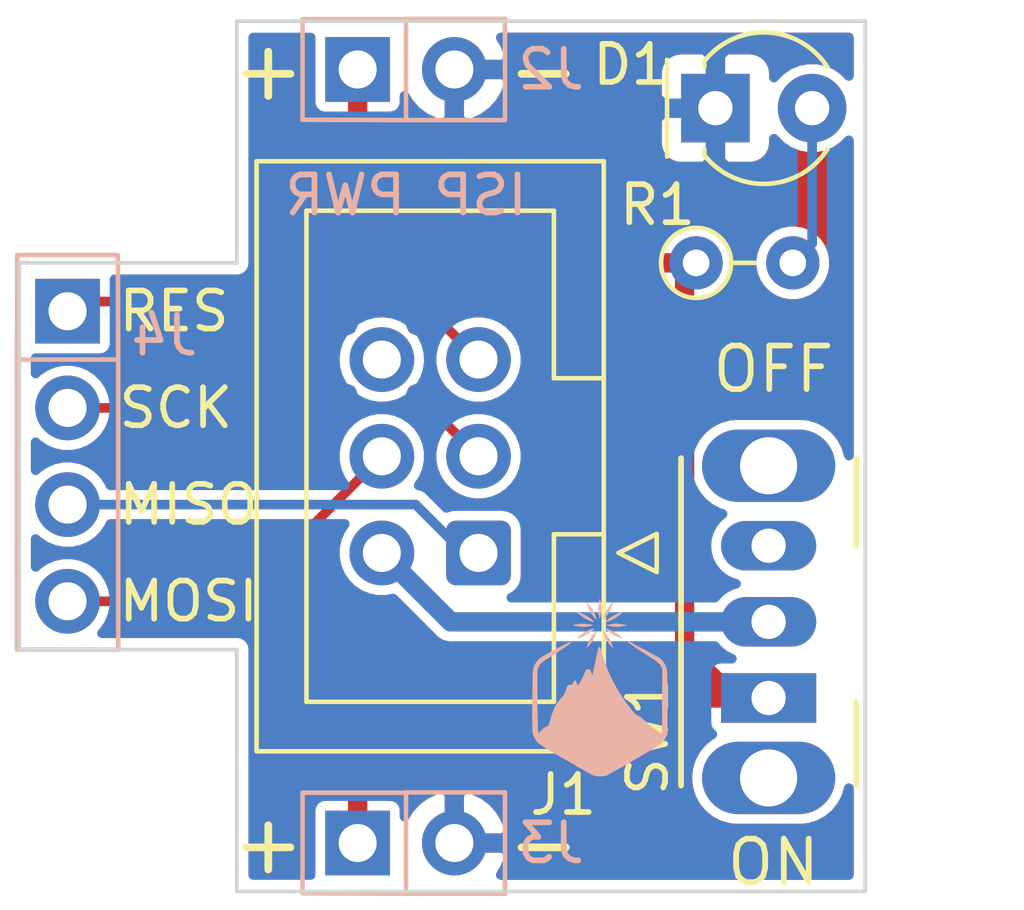
<source format=kicad_pcb>
(kicad_pcb (version 20171130) (host pcbnew "(5.1.8)-1")

  (general
    (thickness 1.6)
    (drawings 20)
    (tracks 31)
    (zones 0)
    (modules 8)
    (nets 10)
  )

  (page A4)
  (layers
    (0 F.Cu signal)
    (31 B.Cu signal)
    (32 B.Adhes user hide)
    (33 F.Adhes user hide)
    (34 B.Paste user)
    (35 F.Paste user)
    (36 B.SilkS user)
    (37 F.SilkS user)
    (38 B.Mask user)
    (39 F.Mask user)
    (40 Dwgs.User user hide)
    (41 Cmts.User user hide)
    (42 Eco1.User user hide)
    (43 Eco2.User user hide)
    (44 Edge.Cuts user)
    (45 Margin user hide)
    (46 B.CrtYd user hide)
    (47 F.CrtYd user hide)
    (48 B.Fab user hide)
    (49 F.Fab user hide)
  )

  (setup
    (last_trace_width 0.254)
    (user_trace_width 0.254)
    (user_trace_width 0.508)
    (trace_clearance 0.2032)
    (zone_clearance 0.254)
    (zone_45_only no)
    (trace_min 0.2)
    (via_size 0.889)
    (via_drill 0.3302)
    (via_min_size 0.4)
    (via_min_drill 0.3)
    (user_via 0.889 0.3302)
    (uvia_size 0.3)
    (uvia_drill 0.1)
    (uvias_allowed no)
    (uvia_min_size 0.2)
    (uvia_min_drill 0.1)
    (edge_width 0.05)
    (segment_width 0.2)
    (pcb_text_width 0.3)
    (pcb_text_size 1.5 1.5)
    (mod_edge_width 0.12)
    (mod_text_size 1 1)
    (mod_text_width 0.15)
    (pad_size 1.9 3.500001)
    (pad_drill 1.5)
    (pad_to_mask_clearance 0.0508)
    (pad_to_paste_clearance -0.0508)
    (aux_axis_origin 0 0)
    (visible_elements 7FFFFFFF)
    (pcbplotparams
      (layerselection 0x010fc_ffffffff)
      (usegerberextensions false)
      (usegerberattributes true)
      (usegerberadvancedattributes true)
      (creategerberjobfile true)
      (excludeedgelayer true)
      (linewidth 0.100000)
      (plotframeref false)
      (viasonmask false)
      (mode 1)
      (useauxorigin false)
      (hpglpennumber 1)
      (hpglpenspeed 20)
      (hpglpendiameter 15.000000)
      (psnegative false)
      (psa4output false)
      (plotreference true)
      (plotvalue true)
      (plotinvisibletext false)
      (padsonsilk false)
      (subtractmaskfromsilk false)
      (outputformat 1)
      (mirror false)
      (drillshape 1)
      (scaleselection 1)
      (outputdirectory ""))
  )

  (net 0 "")
  (net 1 "Net-(D1-Pad2)")
  (net 2 GND)
  (net 3 /MOSI)
  (net 4 +V)
  (net 5 /RES)
  (net 6 /SCK)
  (net 7 /MISO)
  (net 8 /Vin)
  (net 9 "Net-(SW1-Pad3)")

  (net_class Default "This is the default net class."
    (clearance 0.2032)
    (trace_width 0.254)
    (via_dia 0.889)
    (via_drill 0.3302)
    (uvia_dia 0.3)
    (uvia_drill 0.1)
    (add_net +V)
    (add_net /MISO)
    (add_net /MOSI)
    (add_net /RES)
    (add_net /SCK)
    (add_net /Vin)
    (add_net GND)
    (add_net "Net-(D1-Pad2)")
    (add_net "Net-(SW1-Pad3)")
  )

  (module Alpenglow:AlpenglowLogo5mm (layer B.Cu) (tedit 0) (tstamp 617C71FB)
    (at 163.83 106.426 180)
    (fp_text reference G*** (at 0 0) (layer B.SilkS) hide
      (effects (font (size 1.524 1.524) (thickness 0.3)) (justify mirror))
    )
    (fp_text value LOGO (at 0.75 0) (layer B.SilkS) hide
      (effects (font (size 1.524 1.524) (thickness 0.3)) (justify mirror))
    )
    (fp_poly (pts (xy -0.762353 1.215877) (xy -0.76235 1.21516) (xy -0.771876 1.203851) (xy -0.798237 1.182012)
      (xy -0.838767 1.151482) (xy -0.890803 1.114099) (xy -0.951678 1.071699) (xy -1.018729 1.026122)
      (xy -1.089289 0.979204) (xy -1.160695 0.932784) (xy -1.23028 0.8887) (xy -1.281171 0.857365)
      (xy -1.369246 0.803161) (xy -1.439623 0.757742) (xy -1.494933 0.718947) (xy -1.537809 0.684613)
      (xy -1.570884 0.652577) (xy -1.59679 0.620678) (xy -1.618158 0.586752) (xy -1.624244 0.575539)
      (xy -1.656772 0.513773) (xy -1.656058 -0.311727) (xy -1.655825 -0.448528) (xy -1.65538 -0.579148)
      (xy -1.654744 -0.701661) (xy -1.653937 -0.814142) (xy -1.652979 -0.914664) (xy -1.651892 -1.001302)
      (xy -1.650694 -1.072131) (xy -1.649408 -1.125225) (xy -1.648052 -1.158658) (xy -1.646958 -1.169857)
      (xy -1.638572 -1.202487) (xy -1.595718 -1.177232) (xy -1.547411 -1.145959) (xy -1.486817 -1.10245)
      (xy -1.418464 -1.050294) (xy -1.346881 -0.993079) (xy -1.276596 -0.934394) (xy -1.212138 -0.877827)
      (xy -1.177636 -0.845916) (xy -1.124889 -0.796957) (xy -1.084681 -0.76248) (xy -1.053799 -0.740085)
      (xy -1.029031 -0.727367) (xy -1.012988 -0.72282) (xy -0.989364 -0.715699) (xy -0.966087 -0.701395)
      (xy -0.938804 -0.676378) (xy -0.903161 -0.637114) (xy -0.893406 -0.625794) (xy -0.716148 -0.402588)
      (xy -0.55203 -0.163106) (xy -0.403614 0.088404) (xy -0.273461 0.347695) (xy -0.192478 0.536864)
      (xy -0.161876 0.616967) (xy -0.131347 0.702325) (xy -0.102524 0.787891) (xy -0.077039 0.86862)
      (xy -0.056525 0.939468) (xy -0.042613 0.995389) (xy -0.040114 1.007741) (xy -0.029451 1.039705)
      (xy -0.013261 1.063876) (xy 0.004225 1.076451) (xy 0.018777 1.073626) (xy 0.023681 1.065104)
      (xy 0.027669 1.049114) (xy 0.035696 1.013424) (xy 0.047133 0.960948) (xy 0.061353 0.894601)
      (xy 0.07773 0.817297) (xy 0.095635 0.731951) (xy 0.104248 0.690624) (xy 0.122499 0.603909)
      (xy 0.139499 0.525125) (xy 0.154639 0.45694) (xy 0.167311 0.402022) (xy 0.176905 0.363036)
      (xy 0.182813 0.342651) (xy 0.18421 0.340276) (xy 0.191085 0.352262) (xy 0.203221 0.380101)
      (xy 0.218068 0.41792) (xy 0.218965 0.420312) (xy 0.235125 0.460794) (xy 0.24802 0.483853)
      (xy 0.261179 0.494133) (xy 0.276692 0.496297) (xy 0.310384 0.494303) (xy 0.334207 0.486026)
      (xy 0.352319 0.467377) (xy 0.368879 0.434268) (xy 0.385783 0.389038) (xy 0.399993 0.354853)
      (xy 0.421347 0.31082) (xy 0.447472 0.261062) (xy 0.475993 0.209706) (xy 0.504539 0.160875)
      (xy 0.530737 0.118694) (xy 0.552212 0.087288) (xy 0.566593 0.070782) (xy 0.569751 0.069273)
      (xy 0.575874 0.07918) (xy 0.58725 0.105058) (xy 0.600364 0.138546) (xy 0.614892 0.174191)
      (xy 0.627372 0.199194) (xy 0.634619 0.207819) (xy 0.65094 0.19814) (xy 0.669773 0.173891)
      (xy 0.685887 0.142257) (xy 0.689289 0.132773) (xy 0.698404 0.112105) (xy 0.713409 0.099875)
      (xy 0.741086 0.09198) (xy 0.762955 0.08819) (xy 0.799202 0.080408) (xy 0.825539 0.071033)
      (xy 0.83378 0.065099) (xy 0.840966 0.049069) (xy 0.853569 0.016624) (xy 0.869523 -0.026807)
      (xy 0.879962 -0.056218) (xy 0.901688 -0.113766) (xy 0.923244 -0.157932) (xy 0.949903 -0.197773)
      (xy 0.986933 -0.24235) (xy 0.99079 -0.246718) (xy 1.038987 -0.302546) (xy 1.080471 -0.354551)
      (xy 1.116621 -0.405666) (xy 1.148813 -0.458825) (xy 1.178423 -0.516958) (xy 1.206828 -0.583)
      (xy 1.235406 -0.659883) (xy 1.265533 -0.750538) (xy 1.298586 -0.857899) (xy 1.333643 -0.97698)
      (xy 1.345826 -0.987838) (xy 1.373085 -1.001845) (xy 1.396012 -1.010993) (xy 1.435024 -1.029076)
      (xy 1.47154 -1.05616) (xy 1.512195 -1.097311) (xy 1.518921 -1.104852) (xy 1.549427 -1.138127)
      (xy 1.574724 -1.163412) (xy 1.590643 -1.176621) (xy 1.5932 -1.177636) (xy 1.599429 -1.174005)
      (xy 1.604899 -1.162215) (xy 1.609665 -1.14092) (xy 1.613783 -1.108774) (xy 1.617307 -1.064432)
      (xy 1.620294 -1.006546) (xy 1.6228 -0.933771) (xy 1.624879 -0.844761) (xy 1.626587 -0.73817)
      (xy 1.627981 -0.612652) (xy 1.629114 -0.466861) (xy 1.630043 -0.299451) (xy 1.630122 -0.282696)
      (xy 1.633682 0.491017) (xy 1.596836 0.565895) (xy 1.572259 0.609838) (xy 1.544508 0.650573)
      (xy 1.52179 0.676976) (xy 1.500536 0.693793) (xy 1.463025 0.72005) (xy 1.412844 0.753379)
      (xy 1.35358 0.79141) (xy 1.288818 0.831774) (xy 1.27 0.843287) (xy 1.204553 0.883947)
      (xy 1.134987 0.928551) (xy 1.063978 0.975242) (xy 0.994201 1.02216) (xy 0.928334 1.06745)
      (xy 0.86905 1.109252) (xy 0.819027 1.14571) (xy 0.78094 1.174965) (xy 0.757465 1.19516)
      (xy 0.750998 1.203614) (xy 0.759242 1.212036) (xy 0.761879 1.212273) (xy 0.779926 1.206969)
      (xy 0.815226 1.192061) (xy 0.864793 1.169058) (xy 0.925639 1.139468) (xy 0.994775 1.104798)
      (xy 1.069215 1.066556) (xy 1.14597 1.02625) (xy 1.222053 0.985389) (xy 1.294476 0.94548)
      (xy 1.328368 0.926361) (xy 1.411967 0.87807) (xy 1.477868 0.83825) (xy 1.52898 0.804954)
      (xy 1.568212 0.776237) (xy 1.598473 0.750152) (xy 1.611965 0.736627) (xy 1.67681 0.651792)
      (xy 1.721 0.556736) (xy 1.742373 0.466098) (xy 1.744654 0.438758) (xy 1.746838 0.391273)
      (xy 1.748909 0.326053) (xy 1.75085 0.245507) (xy 1.752645 0.152046) (xy 1.754278 0.048081)
      (xy 1.755732 -0.06398) (xy 1.756991 -0.181725) (xy 1.758039 -0.302744) (xy 1.758859 -0.424628)
      (xy 1.759435 -0.544967) (xy 1.759751 -0.661349) (xy 1.75979 -0.771366) (xy 1.759535 -0.872606)
      (xy 1.758971 -0.96266) (xy 1.758081 -1.039118) (xy 1.756849 -1.099569) (xy 1.755258 -1.141604)
      (xy 1.753425 -1.162149) (xy 1.725939 -1.25285) (xy 1.679592 -1.340683) (xy 1.618235 -1.418594)
      (xy 1.607611 -1.429345) (xy 1.590505 -1.444874) (xy 1.56834 -1.46253) (xy 1.539611 -1.483242)
      (xy 1.502812 -1.507939) (xy 1.456439 -1.53755) (xy 1.398988 -1.573002) (xy 1.328953 -1.615226)
      (xy 1.244831 -1.66515) (xy 1.145115 -1.723702) (xy 1.028302 -1.791812) (xy 0.895361 -1.868975)
      (xy 0.781701 -1.934724) (xy 0.672426 -1.997716) (xy 0.569426 -2.056873) (xy 0.474591 -2.111122)
      (xy 0.389811 -2.159387) (xy 0.316976 -2.200592) (xy 0.257976 -2.233662) (xy 0.214702 -2.257522)
      (xy 0.189043 -2.271096) (xy 0.185737 -2.272694) (xy 0.12697 -2.291964) (xy 0.054348 -2.304043)
      (xy -0.023928 -2.308568) (xy -0.099655 -2.305178) (xy -0.164631 -2.293509) (xy -0.179463 -2.288822)
      (xy -0.200605 -2.279068) (xy -0.239549 -2.258818) (xy -0.294174 -2.229253) (xy -0.362363 -2.191558)
      (xy -0.441997 -2.146914) (xy -0.530957 -2.096504) (xy -0.627125 -2.041512) (xy -0.728382 -1.983119)
      (xy -0.762508 -1.963331) (xy -0.917141 -1.873557) (xy -1.05314 -1.794533) (xy -1.171806 -1.725355)
      (xy -1.274438 -1.665118) (xy -1.362337 -1.612917) (xy -1.436802 -1.567849) (xy -1.499134 -1.529007)
      (xy -1.550633 -1.495488) (xy -1.592599 -1.466387) (xy -1.626332 -1.440799) (xy -1.653132 -1.41782)
      (xy -1.6743 -1.396545) (xy -1.691134 -1.376069) (xy -1.704936 -1.355489) (xy -1.717005 -1.333899)
      (xy -1.728642 -1.310394) (xy -1.741147 -1.28407) (xy -1.742353 -1.281545) (xy -1.783772 -1.194954)
      (xy -1.782298 -0.369454) (xy -1.781976 -0.210036) (xy -1.781593 -0.071995) (xy -1.781105 0.046381)
      (xy -1.780472 0.146806) (xy -1.779652 0.230994) (xy -1.778602 0.300658) (xy -1.77728 0.357511)
      (xy -1.775645 0.403266) (xy -1.773654 0.439637) (xy -1.771266 0.468336) (xy -1.768439 0.491079)
      (xy -1.76513 0.509577) (xy -1.761298 0.525544) (xy -1.760292 0.529202) (xy -1.729842 0.60811)
      (xy -1.685465 0.68427) (xy -1.632307 0.749584) (xy -1.603529 0.776061) (xy -1.585089 0.788332)
      (xy -1.549733 0.809365) (xy -1.500141 0.837716) (xy -1.438995 0.871942) (xy -1.368976 0.910602)
      (xy -1.292766 0.952253) (xy -1.213047 0.995452) (xy -1.132499 1.038756) (xy -1.053805 1.080724)
      (xy -0.979646 1.119912) (xy -0.912703 1.154878) (xy -0.855657 1.18418) (xy -0.811191 1.206375)
      (xy -0.781986 1.22002) (xy -0.771215 1.223819) (xy -0.762353 1.215877)) (layer B.SilkS) (width 0.01))
    (fp_poly (pts (xy -0.10048 1.491732) (xy -0.106348 1.468695) (xy -0.115212 1.444225) (xy -0.13407 1.396692)
      (xy -0.154626 1.344832) (xy -0.162544 1.324841) (xy -0.193021 1.264227) (xy -0.240302 1.194755)
      (xy -0.305586 1.114693) (xy -0.316275 1.102489) (xy -0.338742 1.078527) (xy -0.35372 1.0654)
      (xy -0.357428 1.064837) (xy -0.353587 1.078395) (xy -0.342815 1.108582) (xy -0.326866 1.150633)
      (xy -0.311462 1.189847) (xy -0.278651 1.264408) (xy -0.242882 1.327379) (xy -0.19764 1.389986)
      (xy -0.189034 1.400784) (xy -0.156619 1.440205) (xy -0.128929 1.472342) (xy -0.109466 1.49322)
      (xy -0.102466 1.499066) (xy -0.10048 1.491732)) (layer B.SilkS) (width 0.01))
    (fp_poly (pts (xy 0.091591 1.487704) (xy 0.110746 1.46863) (xy 0.137993 1.43759) (xy 0.166461 1.402706)
      (xy 0.213053 1.339964) (xy 0.248395 1.281544) (xy 0.278695 1.216653) (xy 0.2907 1.18671)
      (xy 0.308572 1.139139) (xy 0.322155 1.100088) (xy 0.329917 1.074163) (xy 0.330896 1.065957)
      (xy 0.322317 1.072495) (xy 0.302648 1.093862) (xy 0.274917 1.126616) (xy 0.245793 1.162703)
      (xy 0.194829 1.232106) (xy 0.1561 1.297796) (xy 0.123528 1.370124) (xy 0.122633 1.372378)
      (xy 0.104918 1.419021) (xy 0.091555 1.457929) (xy 0.084222 1.483981) (xy 0.083497 1.491628)
      (xy 0.091591 1.487704)) (layer B.SilkS) (width 0.01))
    (fp_poly (pts (xy -0.17427 1.559207) (xy -0.193715 1.540127) (xy -0.225043 1.512884) (xy -0.260755 1.483814)
      (xy -0.333323 1.430777) (xy -0.403315 1.390184) (xy -0.470584 1.360003) (xy -0.517685 1.341594)
      (xy -0.55737 1.327095) (xy -0.584412 1.318359) (xy -0.592806 1.316652) (xy -0.592992 1.323418)
      (xy -0.578579 1.340127) (xy -0.565727 1.351888) (xy -0.496545 1.408746) (xy -0.435161 1.452487)
      (xy -0.374459 1.487623) (xy -0.30732 1.518665) (xy -0.29378 1.524257) (xy -0.246147 1.542973)
      (xy -0.206296 1.557392) (xy -0.179112 1.565819) (xy -0.169924 1.567172) (xy -0.17427 1.559207)) (layer B.SilkS) (width 0.01))
    (fp_poly (pts (xy 0.188216 1.55515) (xy 0.237269 1.53739) (xy 0.278933 1.520642) (xy 0.356287 1.485516)
      (xy 0.421713 1.44774) (xy 0.486075 1.400931) (xy 0.495417 1.393457) (xy 0.534853 1.36025)
      (xy 0.561152 1.335205) (xy 0.572328 1.32036) (xy 0.569768 1.317138) (xy 0.550321 1.321825)
      (xy 0.51546 1.333651) (xy 0.470958 1.350572) (xy 0.442484 1.362133) (xy 0.350407 1.408224)
      (xy 0.254468 1.470477) (xy 0.161367 1.544521) (xy 0.156634 1.548696) (xy 0.147293 1.560942)
      (xy 0.158022 1.563047) (xy 0.188216 1.55515)) (layer B.SilkS) (width 0.01))
    (fp_poly (pts (xy -0.386968 1.691227) (xy -0.34312 1.685819) (xy -0.293485 1.67844) (xy -0.250552 1.67098)
      (xy -0.220939 1.664632) (xy -0.213722 1.662457) (xy -0.201736 1.656112) (xy -0.208367 1.651295)
      (xy -0.230909 1.646718) (xy -0.265347 1.640839) (xy -0.310356 1.633142) (xy -0.339825 1.628098)
      (xy -0.386309 1.621282) (xy -0.42839 1.618409) (xy -0.472855 1.619667) (xy -0.526487 1.62524)
      (xy -0.594591 1.635086) (xy -0.641844 1.642625) (xy -0.680651 1.649221) (xy -0.705167 1.653861)
      (xy -0.710045 1.655064) (xy -0.70398 1.658149) (xy -0.679001 1.663724) (xy -0.639055 1.671011)
      (xy -0.588087 1.679232) (xy -0.585444 1.679635) (xy -0.521749 1.688659) (xy -0.472751 1.693464)
      (xy -0.430479 1.694252) (xy -0.386968 1.691227)) (layer B.SilkS) (width 0.01))
    (fp_poly (pts (xy 0.474864 1.691785) (xy 0.532289 1.684923) (xy 0.559268 1.680985) (xy 0.610399 1.67302)
      (xy 0.652328 1.665963) (xy 0.680266 1.660654) (xy 0.689433 1.658143) (xy 0.681098 1.654651)
      (xy 0.654965 1.649219) (xy 0.616174 1.642594) (xy 0.569862 1.635518) (xy 0.521167 1.628737)
      (xy 0.475226 1.622994) (xy 0.437179 1.619033) (xy 0.412162 1.617599) (xy 0.409864 1.617648)
      (xy 0.378296 1.620293) (xy 0.336069 1.625478) (xy 0.311728 1.629052) (xy 0.251772 1.638599)
      (xy 0.211717 1.645492) (xy 0.188636 1.650552) (xy 0.179602 1.654601) (xy 0.181688 1.658462)
      (xy 0.19156 1.662801) (xy 0.213363 1.668288) (xy 0.251523 1.67528) (xy 0.29946 1.682628)
      (xy 0.324333 1.685985) (xy 0.380109 1.69212) (xy 0.427212 1.694119) (xy 0.474864 1.691785)) (layer B.SilkS) (width 0.01))
    (fp_poly (pts (xy -0.590469 1.997716) (xy -0.563606 1.989848) (xy -0.524002 1.97561) (xy -0.481031 1.958528)
      (xy -0.390959 1.91649) (xy -0.311004 1.867554) (xy -0.261667 1.831103) (xy -0.210768 1.791028)
      (xy -0.178033 1.763724) (xy -0.164013 1.748497) (xy -0.169259 1.744653) (xy -0.194322 1.751495)
      (xy -0.239753 1.76833) (xy -0.294409 1.789824) (xy -0.370593 1.823408) (xy -0.435665 1.860777)
      (xy -0.501406 1.908746) (xy -0.505113 1.911698) (xy -0.544318 1.943914) (xy -0.575688 1.971393)
      (xy -0.595443 1.990717) (xy -0.600363 1.997821) (xy -0.590469 1.997716)) (layer B.SilkS) (width 0.01))
    (fp_poly (pts (xy 0.573448 1.990861) (xy 0.556751 1.973177) (xy 0.527365 1.947048) (xy 0.490092 1.916726)
      (xy 0.451117 1.886883) (xy 0.415949 1.862323) (xy 0.380166 1.840735) (xy 0.339341 1.819806)
      (xy 0.289053 1.797225) (xy 0.224875 1.77068) (xy 0.164523 1.746604) (xy 0.151514 1.747094)
      (xy 0.150116 1.750788) (xy 0.15865 1.761623) (xy 0.181684 1.78309) (xy 0.215393 1.811769)
      (xy 0.244494 1.835252) (xy 0.328488 1.894444) (xy 0.416026 1.940242) (xy 0.447617 1.953593)
      (xy 0.495354 1.972112) (xy 0.536362 1.98675) (xy 0.565127 1.995607) (xy 0.574588 1.997364)
      (xy 0.573448 1.990861)) (layer B.SilkS) (width 0.01))
    (fp_poly (pts (xy -0.342976 2.249451) (xy -0.331812 2.236851) (xy -0.318574 2.219703) (xy -0.295283 2.189581)
      (xy -0.266024 2.151769) (xy -0.252063 2.133735) (xy -0.219026 2.087691) (xy -0.188867 2.039768)
      (xy -0.16682 1.998454) (xy -0.162585 1.988655) (xy -0.143564 1.940738) (xy -0.123339 1.889798)
      (xy -0.115623 1.870364) (xy -0.104491 1.838603) (xy -0.099979 1.817636) (xy -0.101612 1.812637)
      (xy -0.111837 1.821229) (xy -0.132809 1.844543) (xy -0.161342 1.878888) (xy -0.190147 1.915265)
      (xy -0.23981 1.984084) (xy -0.277721 2.049261) (xy -0.310104 2.121653) (xy -0.313736 2.130884)
      (xy -0.335792 2.190368) (xy -0.348052 2.23016) (xy -0.350464 2.249956) (xy -0.342976 2.249451)) (layer B.SilkS) (width 0.01))
    (fp_poly (pts (xy 0.328356 2.236121) (xy 0.319443 2.207082) (xy 0.304916 2.165833) (xy 0.289827 2.125998)
      (xy 0.258429 2.05286) (xy 0.224263 1.991071) (xy 0.180777 1.929201) (xy 0.166424 1.910794)
      (xy 0.134565 1.871017) (xy 0.108263 1.838981) (xy 0.0906 1.818388) (xy 0.084728 1.812637)
      (xy 0.081459 1.821837) (xy 0.081404 1.827069) (xy 0.08578 1.843425) (xy 0.097079 1.875727)
      (xy 0.113362 1.918599) (xy 0.124964 1.947769) (xy 0.165396 2.033512) (xy 0.216739 2.114463)
      (xy 0.246385 2.153845) (xy 0.278341 2.193482) (xy 0.305026 2.224666) (xy 0.323374 2.243936)
      (xy 0.330137 2.248349) (xy 0.328356 2.236121)) (layer B.SilkS) (width 0.01))
    (fp_poly (pts (xy -0.007022 2.33306) (xy -0.000334 2.304141) (xy 0.007579 2.261592) (xy 0.014536 2.218251)
      (xy 0.022919 2.158027) (xy 0.027059 2.111612) (xy 0.027035 2.07013) (xy 0.022924 2.024704)
      (xy 0.016613 1.978682) (xy 0.007502 1.91712) (xy 0.000981 1.875334) (xy -0.003695 1.850254)
      (xy -0.00727 1.838808) (xy -0.010491 1.837925) (xy -0.014102 1.844532) (xy -0.01527 1.847273)
      (xy -0.019818 1.865668) (xy -0.026131 1.901107) (xy -0.033219 1.947712) (xy -0.037513 1.979208)
      (xy -0.044258 2.039284) (xy -0.046636 2.089596) (xy -0.044567 2.140104) (xy -0.037973 2.200772)
      (xy -0.035597 2.218777) (xy -0.028177 2.269194) (xy -0.021017 2.309871) (xy -0.015012 2.336161)
      (xy -0.011526 2.343728) (xy -0.007022 2.33306)) (layer B.SilkS) (width 0.01))
  )

  (module Resistor_THT:R_Axial_DIN0204_L3.6mm_D1.6mm_P2.54mm_Vertical (layer F.Cu) (tedit 5AE5139B) (tstamp 614ABB37)
    (at 166.37 95.25)
    (descr "Resistor, Axial_DIN0204 series, Axial, Vertical, pin pitch=2.54mm, 0.167W, length*diameter=3.6*1.6mm^2, http://cdn-reichelt.de/documents/datenblatt/B400/1_4W%23YAG.pdf")
    (tags "Resistor Axial_DIN0204 series Axial Vertical pin pitch 2.54mm 0.167W length 3.6mm diameter 1.6mm")
    (path /614B8B63)
    (fp_text reference R1 (at -1.016 -1.524) (layer F.SilkS)
      (effects (font (size 1 1) (thickness 0.15)))
    )
    (fp_text value 470 (at 1.27 1.92) (layer F.Fab)
      (effects (font (size 1 1) (thickness 0.15)))
    )
    (fp_line (start 3.49 -1.05) (end -1.05 -1.05) (layer F.CrtYd) (width 0.05))
    (fp_line (start 3.49 1.05) (end 3.49 -1.05) (layer F.CrtYd) (width 0.05))
    (fp_line (start -1.05 1.05) (end 3.49 1.05) (layer F.CrtYd) (width 0.05))
    (fp_line (start -1.05 -1.05) (end -1.05 1.05) (layer F.CrtYd) (width 0.05))
    (fp_line (start 0.92 0) (end 1.54 0) (layer F.SilkS) (width 0.12))
    (fp_line (start 0 0) (end 2.54 0) (layer F.Fab) (width 0.1))
    (fp_circle (center 0 0) (end 0.92 0) (layer F.SilkS) (width 0.12))
    (fp_circle (center 0 0) (end 0.8 0) (layer F.Fab) (width 0.1))
    (fp_text user %R (at 1.27 -1.92) (layer F.Fab)
      (effects (font (size 1 1) (thickness 0.15)))
    )
    (pad 2 thru_hole oval (at 2.54 0) (size 1.4 1.4) (drill 0.7) (layers *.Cu *.Mask)
      (net 1 "Net-(D1-Pad2)"))
    (pad 1 thru_hole circle (at 0 0) (size 1.4 1.4) (drill 0.7) (layers *.Cu *.Mask)
      (net 8 /Vin))
    (model ${KISYS3DMOD}/Resistor_THT.3dshapes/R_Axial_DIN0204_L3.6mm_D1.6mm_P2.54mm_Vertical.wrl
      (at (xyz 0 0 0))
      (scale (xyz 1 1 1))
      (rotate (xyz 0 0 0))
    )
  )

  (module Alpenglow:Conn_1x04_THRU locked (layer B.Cu) (tedit 617B2DB6) (tstamp 617B8FFF)
    (at 149.86 96.52 180)
    (descr "Through hole straight socket strip, 1x06, 2.54mm pitch, single row (from Kicad 4.0.7), script generated")
    (tags "Through hole socket strip THT 1x06 2.54mm single row")
    (path /617B98D7)
    (fp_text reference J4 (at -2.54 -0.635 180) (layer B.SilkS)
      (effects (font (size 1 1) (thickness 0.15)) (justify mirror))
    )
    (fp_text value Conn_01x04 (at 0 -10.795 180) (layer B.Fab)
      (effects (font (size 1 1) (thickness 0.15)) (justify mirror))
    )
    (fp_line (start -1.27 1.27) (end 0.635 1.27) (layer B.Fab) (width 0.1))
    (fp_line (start 0.635 1.27) (end 1.27 0.635) (layer B.Fab) (width 0.1))
    (fp_line (start 1.27 0.635) (end 1.27 -8.89) (layer B.Fab) (width 0.1))
    (fp_line (start 1.2192 -8.89) (end -1.3208 -8.89) (layer B.Fab) (width 0.1))
    (fp_line (start -1.27 -8.89) (end -1.27 1.27) (layer B.Fab) (width 0.1))
    (fp_line (start -1.33 -1.27) (end 1.33 -1.27) (layer B.SilkS) (width 0.12))
    (fp_line (start -1.33 -1.27) (end -1.33 -8.89) (layer B.SilkS) (width 0.12))
    (fp_line (start -1.33 -8.89) (end 1.33 -8.89) (layer B.SilkS) (width 0.12))
    (fp_line (start 1.33 -1.27) (end 1.33 -8.89) (layer B.SilkS) (width 0.12))
    (fp_line (start -1.8 1.8) (end 1.75 1.8) (layer B.CrtYd) (width 0.05))
    (fp_line (start 1.75 1.8) (end 1.75 -9.525) (layer B.CrtYd) (width 0.05))
    (fp_line (start 1.75 -9.525) (end -1.8 -9.525) (layer B.CrtYd) (width 0.05))
    (fp_line (start -1.8 -9.525) (end -1.8 1.8) (layer B.CrtYd) (width 0.05))
    (fp_line (start 1.33 -1.27) (end 1.3208 1.4732) (layer B.SilkS) (width 0.12))
    (fp_line (start 1.3208 1.4732) (end -1.2954 1.4732) (layer B.SilkS) (width 0.12))
    (fp_line (start -1.3208 1.4732) (end -1.33 -1.27) (layer B.SilkS) (width 0.12))
    (fp_text user %R (at 0 -6.35 90) (layer B.Fab)
      (effects (font (size 1 1) (thickness 0.15)) (justify mirror))
    )
    (pad 1 thru_hole rect (at 0 0 180) (size 1.7 1.7) (drill 1) (layers *.Cu *.Mask)
      (net 5 /RES))
    (pad 2 thru_hole oval (at 0 -2.54 180) (size 1.7 1.7) (drill 1) (layers *.Cu *.Mask)
      (net 6 /SCK))
    (pad 3 thru_hole oval (at 0 -5.08 180) (size 1.7 1.7) (drill 1) (layers *.Cu *.Mask)
      (net 7 /MISO))
    (pad 4 thru_hole oval (at 0 -7.62 180) (size 1.7 1.7) (drill 1) (layers *.Cu *.Mask)
      (net 3 /MOSI))
    (model ${KISYS3DMOD}/Connector_PinSocket_2.54mm.3dshapes/PinSocket_1x06_P2.54mm_Vertical.wrl
      (at (xyz 0 0 0))
      (scale (xyz 1 1 1))
      (rotate (xyz 0 0 0))
    )
  )

  (module Alpenglow:Conn_1x02 locked (layer B.Cu) (tedit 614A712A) (tstamp 614ABB0E)
    (at 157.48 110.49 270)
    (descr "Through hole straight socket strip, 1x02, 2.54mm pitch, single row (from Kicad 4.0.7), script generated")
    (tags "Through hole socket strip THT 1x02 2.54mm single row")
    (path /614BEC3F)
    (fp_text reference J3 (at 0 -5.08 180) (layer B.SilkS)
      (effects (font (size 1 1) (thickness 0.15)) (justify mirror))
    )
    (fp_text value Conn_01x02 (at 0 -5.31 270) (layer B.Fab)
      (effects (font (size 1 1) (thickness 0.15)) (justify mirror))
    )
    (fp_line (start -1.27 1.27) (end 0.635 1.27) (layer B.Fab) (width 0.1))
    (fp_line (start 0.635 1.27) (end 1.27 0.635) (layer B.Fab) (width 0.1))
    (fp_line (start 1.27 0.635) (end 1.27 -3.81) (layer B.Fab) (width 0.1))
    (fp_line (start 1.27 -3.81) (end -1.27 -3.81) (layer B.Fab) (width 0.1))
    (fp_line (start -1.27 -3.81) (end -1.27 1.27) (layer B.Fab) (width 0.1))
    (fp_line (start -1.33 -1.27) (end 1.33 -1.27) (layer B.SilkS) (width 0.12))
    (fp_line (start -1.33 -1.27) (end -1.33 -3.87) (layer B.SilkS) (width 0.12))
    (fp_line (start -1.33 -3.87) (end 1.33 -3.87) (layer B.SilkS) (width 0.12))
    (fp_line (start 1.33 -1.27) (end 1.33 -3.87) (layer B.SilkS) (width 0.12))
    (fp_line (start -1.8 1.8) (end 1.75 1.8) (layer B.CrtYd) (width 0.05))
    (fp_line (start 1.75 1.8) (end 1.75 -4.3) (layer B.CrtYd) (width 0.05))
    (fp_line (start 1.75 -4.3) (end -1.8 -4.3) (layer B.CrtYd) (width 0.05))
    (fp_line (start -1.8 -4.3) (end -1.8 1.8) (layer B.CrtYd) (width 0.05))
    (fp_line (start 1.33 -1.27) (end 1.3208 1.4478) (layer B.SilkS) (width 0.12))
    (fp_line (start 1.3208 1.4478) (end -1.3208 1.4478) (layer B.SilkS) (width 0.12))
    (fp_line (start -1.3208 1.4478) (end -1.3208 -1.2954) (layer B.SilkS) (width 0.12))
    (fp_text user %R (at 0 -1.27) (layer B.Fab)
      (effects (font (size 1 1) (thickness 0.15)) (justify mirror))
    )
    (pad 1 thru_hole rect (at 0 0 270) (size 1.7 1.7) (drill 1) (layers *.Cu *.Mask)
      (net 8 /Vin))
    (pad 2 thru_hole oval (at 0 -2.54 270) (size 1.7 1.7) (drill 1) (layers *.Cu *.Mask)
      (net 2 GND))
    (model ${KISYS3DMOD}/Connector_PinSocket_2.54mm.3dshapes/PinSocket_1x02_P2.54mm_Vertical.wrl
      (at (xyz 0 0 0))
      (scale (xyz 1 1 1))
      (rotate (xyz 0 0 0))
    )
  )

  (module Alpenglow:Conn_1x02 locked (layer B.Cu) (tedit 614A712A) (tstamp 614ABAF8)
    (at 157.48 90.17 270)
    (descr "Through hole straight socket strip, 1x02, 2.54mm pitch, single row (from Kicad 4.0.7), script generated")
    (tags "Through hole socket strip THT 1x02 2.54mm single row")
    (path /614ADAF8)
    (fp_text reference J2 (at 0 -5.08 180) (layer B.SilkS)
      (effects (font (size 1 1) (thickness 0.15)) (justify mirror))
    )
    (fp_text value Conn_01x02 (at 0 -5.31 270) (layer B.Fab)
      (effects (font (size 1 1) (thickness 0.15)) (justify mirror))
    )
    (fp_line (start -1.27 1.27) (end 0.635 1.27) (layer B.Fab) (width 0.1))
    (fp_line (start 0.635 1.27) (end 1.27 0.635) (layer B.Fab) (width 0.1))
    (fp_line (start 1.27 0.635) (end 1.27 -3.81) (layer B.Fab) (width 0.1))
    (fp_line (start 1.27 -3.81) (end -1.27 -3.81) (layer B.Fab) (width 0.1))
    (fp_line (start -1.27 -3.81) (end -1.27 1.27) (layer B.Fab) (width 0.1))
    (fp_line (start -1.33 -1.27) (end 1.33 -1.27) (layer B.SilkS) (width 0.12))
    (fp_line (start -1.33 -1.27) (end -1.33 -3.87) (layer B.SilkS) (width 0.12))
    (fp_line (start -1.33 -3.87) (end 1.33 -3.87) (layer B.SilkS) (width 0.12))
    (fp_line (start 1.33 -1.27) (end 1.33 -3.87) (layer B.SilkS) (width 0.12))
    (fp_line (start -1.8 1.8) (end 1.75 1.8) (layer B.CrtYd) (width 0.05))
    (fp_line (start 1.75 1.8) (end 1.75 -4.3) (layer B.CrtYd) (width 0.05))
    (fp_line (start 1.75 -4.3) (end -1.8 -4.3) (layer B.CrtYd) (width 0.05))
    (fp_line (start -1.8 -4.3) (end -1.8 1.8) (layer B.CrtYd) (width 0.05))
    (fp_line (start 1.33 -1.27) (end 1.3208 1.4478) (layer B.SilkS) (width 0.12))
    (fp_line (start 1.3208 1.4478) (end -1.3208 1.4478) (layer B.SilkS) (width 0.12))
    (fp_line (start -1.3208 1.4478) (end -1.3208 -1.2954) (layer B.SilkS) (width 0.12))
    (fp_text user %R (at 0 -1.27) (layer B.Fab)
      (effects (font (size 1 1) (thickness 0.15)) (justify mirror))
    )
    (pad 1 thru_hole rect (at 0 0 270) (size 1.7 1.7) (drill 1) (layers *.Cu *.Mask)
      (net 8 /Vin))
    (pad 2 thru_hole oval (at 0 -2.54 270) (size 1.7 1.7) (drill 1) (layers *.Cu *.Mask)
      (net 2 GND))
    (model ${KISYS3DMOD}/Connector_PinSocket_2.54mm.3dshapes/PinSocket_1x02_P2.54mm_Vertical.wrl
      (at (xyz 0 0 0))
      (scale (xyz 1 1 1))
      (rotate (xyz 0 0 0))
    )
  )

  (module Alpenglow:LED_D3.0mm (layer F.Cu) (tedit 614A6F20) (tstamp 614ABAB7)
    (at 166.878 91.186)
    (descr "LED, diameter 3.0mm, 2 pins")
    (tags "LED diameter 3.0mm 2 pins")
    (path /614B9818)
    (fp_text reference D1 (at -3.302 -1.143) (layer F.SilkS)
      (effects (font (size 1 1) (thickness 0.15)) (justify left))
    )
    (fp_text value LED (at 1.27 2.96) (layer F.Fab)
      (effects (font (size 1 1) (thickness 0.15)))
    )
    (fp_line (start -0.23 -1.16619) (end -0.23 1.16619) (layer F.Fab) (width 0.1))
    (fp_line (start -0.29 -1.236) (end -0.29 -1.08) (layer F.SilkS) (width 0.12))
    (fp_line (start -0.29 1.08) (end -0.29 1.236) (layer F.SilkS) (width 0.12))
    (fp_line (start -1.15 -2.25) (end -1.15 2.25) (layer F.CrtYd) (width 0.05))
    (fp_line (start -1.15 2.25) (end 3.7 2.25) (layer F.CrtYd) (width 0.05))
    (fp_line (start 3.7 2.25) (end 3.7 -2.25) (layer F.CrtYd) (width 0.05))
    (fp_line (start 3.7 -2.25) (end -1.15 -2.25) (layer F.CrtYd) (width 0.05))
    (fp_line (start -1.27 -1.27) (end -1.27 1.27) (layer F.SilkS) (width 0.12))
    (fp_arc (start 1.27 0) (end -0.23 -1.16619) (angle 284.3) (layer F.Fab) (width 0.1))
    (fp_arc (start 1.27 0) (end -0.29 -1.235516) (angle 108.8) (layer F.SilkS) (width 0.12))
    (fp_arc (start 1.27 0) (end -0.29 1.235516) (angle -108.8) (layer F.SilkS) (width 0.12))
    (pad 1 thru_hole rect (at 0 0) (size 1.8 1.8) (drill 0.9) (layers *.Cu *.Mask)
      (net 2 GND))
    (pad 2 thru_hole circle (at 2.54 0) (size 1.8 1.8) (drill 0.9) (layers *.Cu *.Mask)
      (net 1 "Net-(D1-Pad2)"))
    (model ${KISYS3DMOD}/LED_THT.3dshapes/LED_D3.0mm.wrl
      (at (xyz 0 0 0))
      (scale (xyz 1 1 1))
      (rotate (xyz 0 0 0))
    )
  )

  (module Connector_IDC:IDC-Header_2x03_P2.54mm_Vertical locked (layer F.Cu) (tedit 614A5A22) (tstamp 614ABAE2)
    (at 160.655 102.87 180)
    (descr "Through hole IDC box header, 2x03, 2.54mm pitch, DIN 41651 / IEC 60603-13, double rows, https://docs.google.com/spreadsheets/d/16SsEcesNF15N3Lb4niX7dcUr-NY5_MFPQhobNuNppn4/edit#gid=0")
    (tags "Through hole vertical IDC box header THT 2x03 2.54mm double row")
    (path /614A2A2E)
    (fp_text reference J1 (at -1.27 -6.35) (layer F.SilkS)
      (effects (font (size 1 1) (thickness 0.15)) (justify left))
    )
    (fp_text value AVR-ISP-6 (at 1.27 11.18) (layer F.Fab)
      (effects (font (size 1 1) (thickness 0.15)))
    )
    (fp_line (start -3.18 -4.1) (end -2.18 -5.1) (layer F.Fab) (width 0.1))
    (fp_line (start -2.18 -5.1) (end 5.72 -5.1) (layer F.Fab) (width 0.1))
    (fp_line (start 5.72 -5.1) (end 5.72 10.18) (layer F.Fab) (width 0.1))
    (fp_line (start 5.72 10.18) (end -3.18 10.18) (layer F.Fab) (width 0.1))
    (fp_line (start -3.18 10.18) (end -3.18 -4.1) (layer F.Fab) (width 0.1))
    (fp_line (start -3.18 0.49) (end -1.98 0.49) (layer F.Fab) (width 0.1))
    (fp_line (start -1.98 0.49) (end -1.98 -3.91) (layer F.Fab) (width 0.1))
    (fp_line (start -1.98 -3.91) (end 4.52 -3.91) (layer F.Fab) (width 0.1))
    (fp_line (start 4.52 -3.91) (end 4.52 8.99) (layer F.Fab) (width 0.1))
    (fp_line (start 4.52 8.99) (end -1.98 8.99) (layer F.Fab) (width 0.1))
    (fp_line (start -1.98 8.99) (end -1.98 4.59) (layer F.Fab) (width 0.1))
    (fp_line (start -1.98 4.59) (end -1.98 4.59) (layer F.Fab) (width 0.1))
    (fp_line (start -1.98 4.59) (end -3.18 4.59) (layer F.Fab) (width 0.1))
    (fp_line (start -3.29 -5.21) (end 5.83 -5.21) (layer F.SilkS) (width 0.12))
    (fp_line (start 5.83 -5.21) (end 5.83 10.29) (layer F.SilkS) (width 0.12))
    (fp_line (start 5.83 10.29) (end -3.29 10.29) (layer F.SilkS) (width 0.12))
    (fp_line (start -3.29 10.29) (end -3.29 -5.21) (layer F.SilkS) (width 0.12))
    (fp_line (start -3.29 0.49) (end -1.98 0.49) (layer F.SilkS) (width 0.12))
    (fp_line (start -1.98 0.49) (end -1.98 -3.91) (layer F.SilkS) (width 0.12))
    (fp_line (start -1.98 -3.91) (end 4.52 -3.91) (layer F.SilkS) (width 0.12))
    (fp_line (start 4.52 -3.91) (end 4.52 8.99) (layer F.SilkS) (width 0.12))
    (fp_line (start 4.52 8.99) (end -1.98 8.99) (layer F.SilkS) (width 0.12))
    (fp_line (start -1.98 8.99) (end -1.98 4.59) (layer F.SilkS) (width 0.12))
    (fp_line (start -1.98 4.59) (end -1.98 4.59) (layer F.SilkS) (width 0.12))
    (fp_line (start -1.98 4.59) (end -3.29 4.59) (layer F.SilkS) (width 0.12))
    (fp_line (start -3.68 0) (end -4.68 -0.5) (layer F.SilkS) (width 0.12))
    (fp_line (start -4.68 -0.5) (end -4.68 0.5) (layer F.SilkS) (width 0.12))
    (fp_line (start -4.68 0.5) (end -3.68 0) (layer F.SilkS) (width 0.12))
    (fp_line (start -3.68 -5.6) (end -3.68 10.69) (layer F.CrtYd) (width 0.05))
    (fp_line (start -3.68 10.69) (end 6.22 10.69) (layer F.CrtYd) (width 0.05))
    (fp_line (start 6.22 10.69) (end 6.22 -5.6) (layer F.CrtYd) (width 0.05))
    (fp_line (start 6.22 -5.6) (end -3.68 -5.6) (layer F.CrtYd) (width 0.05))
    (fp_text user %R (at 1.27 2.54 90) (layer F.Fab)
      (effects (font (size 1 1) (thickness 0.15)))
    )
    (pad 6 thru_hole circle (at 2.54 5.08 180) (size 1.7 1.7) (drill 1) (layers *.Cu *.Mask)
      (net 2 GND) (zone_connect 1) (thermal_width 0.2032) (thermal_gap 0.254))
    (pad 4 thru_hole circle (at 2.54 2.54 180) (size 1.7 1.7) (drill 1) (layers *.Cu *.Mask)
      (net 3 /MOSI))
    (pad 2 thru_hole circle (at 2.54 0 180) (size 1.7 1.7) (drill 1) (layers *.Cu *.Mask)
      (net 4 +V))
    (pad 5 thru_hole circle (at 0 5.08 180) (size 1.7 1.7) (drill 1) (layers *.Cu *.Mask)
      (net 5 /RES))
    (pad 3 thru_hole circle (at 0 2.54 180) (size 1.7 1.7) (drill 1) (layers *.Cu *.Mask)
      (net 6 /SCK))
    (pad 1 thru_hole roundrect (at 0 0 180) (size 1.7 1.7) (drill 1) (layers *.Cu *.Mask) (roundrect_rratio 0.147059)
      (net 7 /MISO))
    (model ${KISYS3DMOD}/Connector_IDC.3dshapes/IDC-Header_2x03_P2.54mm_Vertical.wrl
      (at (xyz 0 0 0))
      (scale (xyz 1 1 1))
      (rotate (xyz 0 0 0))
    )
  )

  (module Alpenglow:SW_SLIDE_RTA (layer F.Cu) (tedit 614BA3B0) (tstamp 614ABB44)
    (at 168.275 106.68 90)
    (descr "CuK miniature slide switch, OS series, SPDT, right angle, http://www.ckswitches.com/media/1428/os.pdf")
    (tags "switch SPDT")
    (path /614B5911)
    (fp_text reference SW1 (at -1.016 -3.175 90) (layer F.SilkS)
      (effects (font (size 1 1) (thickness 0.15)))
    )
    (fp_text value SW_SPDT (at 1.700001 7.7 90) (layer F.Fab)
      (effects (font (size 1 1) (thickness 0.15)))
    )
    (fp_line (start -3.7 -2.7) (end 7.7 -2.7) (layer F.CrtYd) (width 0.05))
    (fp_line (start -3.7 6.7) (end -3.7 -2.7) (layer F.CrtYd) (width 0.05))
    (fp_line (start 7.7 6.7) (end -3.7 6.7) (layer F.CrtYd) (width 0.05))
    (fp_line (start 7.7 -2.7) (end 7.7 6.7) (layer F.CrtYd) (width 0.05))
    (fp_line (start 4 2.3) (end 6.3 2.3) (layer F.SilkS) (width 0.15))
    (fp_line (start -2.3 2.3) (end -0.1 2.3) (layer F.SilkS) (width 0.15))
    (fp_line (start -2.3 -2.3) (end 6.3 -2.3) (layer F.SilkS) (width 0.15))
    (fp_line (start 0 6.2) (end 0 2.2) (layer F.Fab) (width 0.1))
    (fp_line (start 2 6.2) (end 0 6.2) (layer F.Fab) (width 0.1))
    (fp_line (start 2 2.2) (end 2 6.2) (layer F.Fab) (width 0.1))
    (fp_line (start 6.3 2.2) (end 6.3 -2.2) (layer F.Fab) (width 0.1))
    (fp_line (start -2.3 2.2) (end 6.3 2.2) (layer F.Fab) (width 0.1))
    (fp_line (start -2.3 -2.2) (end -2.3 2.2) (layer F.Fab) (width 0.1))
    (fp_line (start -2.3 -2.2) (end 6.3 -2.2) (layer F.Fab) (width 0.1))
    (fp_text user %R (at 2.3 1.7 90) (layer F.Fab)
      (effects (font (size 0.5 0.5) (thickness 0.1)))
    )
    (pad 1 thru_hole rect (at 0 0 90) (size 1.3 2.5) (drill 0.9) (layers *.Cu *.Mask)
      (net 8 /Vin))
    (pad 2 thru_hole oval (at 2 0 90) (size 1.3 2.5) (drill 0.9) (layers *.Cu *.Mask)
      (net 4 +V))
    (pad 3 thru_hole oval (at 4 0 90) (size 1.3 2.5) (drill 0.9) (layers *.Cu *.Mask)
      (net 9 "Net-(SW1-Pad3)"))
    (pad "" thru_hole oval (at -2.1 0 90) (size 1.9 3.500001) (drill 1.5) (layers *.Cu *.Mask))
    (pad "" thru_hole oval (at 6.1 0 90) (size 1.9 3.500001) (drill 1.5) (layers *.Cu *.Mask))
    (model ${KISYS3DMOD}/Button_Switch_THT.3dshapes/SW_CuK_OS102011MA1QN1_SPDT_Angled.wrl
      (at (xyz 0 0 0))
      (scale (xyz 1 1 1))
      (rotate (xyz 0 0 0))
    )
    (model "C:/Users/robyn/Downloads/sk-12d07-1p2t-1.snapshot.1/3Pins SPDT switch SK-12D07 1P2T.step"
      (offset (xyz -2.4 -2.3 4.5))
      (scale (xyz 1 1 1))
      (rotate (xyz 0 0 0))
    )
  )

  (gr_text "ISP PWR" (at 158.75 93.472) (layer B.SilkS)
    (effects (font (size 1 1) (thickness 0.15)) (justify mirror))
  )
  (gr_line (start 154.305 105.41) (end 154.305 111.76) (layer Edge.Cuts) (width 0.1) (tstamp 617B991D))
  (gr_line (start 148.59 105.41) (end 154.305 105.41) (layer Edge.Cuts) (width 0.1))
  (gr_line (start 154.305 95.25) (end 154.305 88.9) (layer Edge.Cuts) (width 0.1))
  (gr_line (start 148.59 95.25) (end 154.305 95.25) (layer Edge.Cuts) (width 0.1))
  (gr_poly (pts (xy 152.4 112.395) (xy 147.955 112.395) (xy 147.955 106.68) (xy 152.4 106.68)) (layer Dwgs.User) (width 0.1))
  (gr_text OFF (at 168.402 98.044) (layer F.SilkS)
    (effects (font (size 1.143 1.143) (thickness 0.15)))
  )
  (gr_text ON (at 168.402 110.998) (layer F.SilkS)
    (effects (font (size 1.143 1.143) (thickness 0.1524)))
  )
  (gr_text - (at 161.29 110.49) (layer F.SilkS) (tstamp 614BA4CC)
    (effects (font (size 1.524 1.524) (thickness 0.2032)) (justify left))
  )
  (gr_text + (at 156.21 110.49) (layer F.SilkS) (tstamp 614BA4CB)
    (effects (font (size 1.524 1.524) (thickness 0.2032)) (justify right))
  )
  (gr_text - (at 161.29 90.17) (layer F.SilkS) (tstamp 614BA472)
    (effects (font (size 1.524 1.524) (thickness 0.2032)) (justify left))
  )
  (gr_text + (at 156.21 90.17) (layer F.SilkS)
    (effects (font (size 1.524 1.524) (thickness 0.2032)) (justify right))
  )
  (gr_text MOSI (at 151.13 104.14) (layer F.SilkS)
    (effects (font (size 1 1) (thickness 0.15)) (justify left))
  )
  (gr_text MISO (at 151.13 101.6) (layer F.SilkS)
    (effects (font (size 1 1) (thickness 0.15)) (justify left))
  )
  (gr_text SCK (at 151.13 99.06) (layer F.SilkS)
    (effects (font (size 1 1) (thickness 0.15)) (justify left))
  )
  (gr_text RES (at 151.13 96.52) (layer F.SilkS)
    (effects (font (size 1 1) (thickness 0.15)) (justify left))
  )
  (gr_line (start 170.815 88.9) (end 170.815 111.76) (layer Edge.Cuts) (width 0.1))
  (gr_line (start 154.305 88.9) (end 170.815 88.9) (layer Edge.Cuts) (width 0.1))
  (gr_line (start 148.59 105.41) (end 148.59 95.25) (layer Edge.Cuts) (width 0.1))
  (gr_line (start 170.815 111.76) (end 154.305 111.76) (layer Edge.Cuts) (width 0.1))

  (segment (start 169.164 90.932) (end 169.418 90.678) (width 0.254) (layer B.Cu) (net 1))
  (segment (start 169.418 94.742) (end 168.91 95.25) (width 0.254) (layer B.Cu) (net 1))
  (segment (start 169.418 91.567) (end 169.545 91.44) (width 0.254) (layer B.Cu) (net 1))
  (segment (start 169.418 94.742) (end 169.418 91.567) (width 0.254) (layer B.Cu) (net 1))
  (segment (start 154.305 104.14) (end 151.13 104.14) (width 0.254) (layer F.Cu) (net 3))
  (segment (start 158.115 100.33) (end 154.305 104.14) (width 0.254) (layer F.Cu) (net 3))
  (segment (start 151.13 104.14) (end 149.86 104.14) (width 0.254) (layer F.Cu) (net 3))
  (segment (start 158.115 102.87) (end 159.42221 104.17721) (width 0.508) (layer B.Cu) (net 4))
  (segment (start 159.925 104.68) (end 159.42221 104.17721) (width 0.508) (layer B.Cu) (net 4))
  (segment (start 168.275 104.68) (end 159.925 104.68) (width 0.508) (layer B.Cu) (net 4))
  (segment (start 150.114 96.266) (end 149.86 96.52) (width 0.254) (layer F.Cu) (net 5))
  (segment (start 159.131 96.266) (end 150.114 96.266) (width 0.254) (layer F.Cu) (net 5))
  (segment (start 160.655 97.79) (end 159.131 96.266) (width 0.254) (layer F.Cu) (net 5))
  (segment (start 149.949799 99.149799) (end 149.86 99.06) (width 0.254) (layer F.Cu) (net 6))
  (segment (start 160.655 100.33) (end 159.385 99.06) (width 0.254) (layer F.Cu) (net 6))
  (segment (start 159.385 99.06) (end 149.86 99.06) (width 0.254) (layer F.Cu) (net 6))
  (segment (start 149.670617 102.057209) (end 149.86 102.057209) (width 0.254) (layer F.Cu) (net 7))
  (segment (start 159.004 101.6) (end 149.86 101.6) (width 0.254) (layer B.Cu) (net 7))
  (segment (start 160.274 102.87) (end 159.004 101.6) (width 0.254) (layer B.Cu) (net 7))
  (segment (start 160.655 102.87) (end 160.274 102.87) (width 0.254) (layer B.Cu) (net 7))
  (segment (start 157.48 110.49) (end 157.734 110.49) (width 0.508) (layer F.Cu) (net 8) (status 30))
  (segment (start 157.48 110.49) (end 157.48 109.132) (width 0.508) (layer F.Cu) (net 8))
  (segment (start 159.932 106.68) (end 157.48 109.132) (width 0.508) (layer F.Cu) (net 8))
  (segment (start 168.275 106.68) (end 159.932 106.68) (width 0.508) (layer F.Cu) (net 8))
  (segment (start 167.33779 106.68) (end 168.275 106.68) (width 0.508) (layer F.Cu) (net 8))
  (segment (start 166.06779 105.41) (end 167.33779 106.68) (width 0.508) (layer F.Cu) (net 8))
  (segment (start 166.06779 95.55221) (end 166.06779 105.41) (width 0.508) (layer F.Cu) (net 8))
  (segment (start 166.37 95.25) (end 166.06779 95.55221) (width 0.508) (layer F.Cu) (net 8))
  (segment (start 157.48 91.44) (end 157.48 90.17) (width 0.508) (layer F.Cu) (net 8))
  (segment (start 161.29 95.25) (end 157.48 91.44) (width 0.508) (layer F.Cu) (net 8))
  (segment (start 166.37 95.25) (end 161.29 95.25) (width 0.508) (layer F.Cu) (net 8))

  (zone (net 2) (net_name GND) (layer B.Cu) (tstamp 0) (hatch edge 0.508)
    (connect_pads (clearance 0.254))
    (min_thickness 0.254)
    (fill yes (arc_segments 32) (thermal_gap 0.508) (thermal_bridge_width 0.508))
    (polygon
      (pts
        (xy 170.815 111.76) (xy 154.305 111.76) (xy 154.305 105.41) (xy 148.59 105.41) (xy 148.59 95.25)
        (xy 154.305 95.25) (xy 154.305 88.9) (xy 170.815 88.9)
      )
    )
    (filled_polygon
      (pts
        (xy 157.024102 102.286903) (xy 156.931307 102.510931) (xy 156.884 102.748757) (xy 156.884 102.991243) (xy 156.931307 103.229069)
        (xy 157.024102 103.453097) (xy 157.15882 103.654717) (xy 157.330283 103.82618) (xy 157.531903 103.960898) (xy 157.755931 104.053693)
        (xy 157.993757 104.101) (xy 158.236243 104.101) (xy 158.412846 104.065871) (xy 158.995253 104.648278) (xy 158.995258 104.648282)
        (xy 159.453934 105.10696) (xy 159.473815 105.131185) (xy 159.498039 105.151065) (xy 159.498042 105.151068) (xy 159.570505 105.210537)
        (xy 159.608598 105.230898) (xy 159.68082 105.269502) (xy 159.800518 105.305812) (xy 159.893808 105.315) (xy 159.893818 105.315)
        (xy 159.924999 105.318071) (xy 159.95618 105.315) (xy 166.862385 105.315) (xy 166.942446 105.412554) (xy 167.099436 105.541393)
        (xy 167.278545 105.637128) (xy 167.311606 105.647157) (xy 167.025 105.647157) (xy 166.950311 105.654513) (xy 166.878492 105.676299)
        (xy 166.812304 105.711678) (xy 166.754289 105.759289) (xy 166.706678 105.817304) (xy 166.671299 105.883492) (xy 166.649513 105.955311)
        (xy 166.642157 106.03) (xy 166.642157 107.33) (xy 166.649513 107.404689) (xy 166.671299 107.476508) (xy 166.706678 107.542696)
        (xy 166.754289 107.600711) (xy 166.795104 107.634207) (xy 166.731958 107.667959) (xy 166.529287 107.834287) (xy 166.362959 108.036958)
        (xy 166.239367 108.268184) (xy 166.163259 108.519078) (xy 166.13756 108.78) (xy 166.163259 109.040922) (xy 166.239367 109.291816)
        (xy 166.362959 109.523042) (xy 166.529287 109.725713) (xy 166.731958 109.892041) (xy 166.963184 110.015633) (xy 167.214078 110.091741)
        (xy 167.409615 110.111) (xy 169.140385 110.111) (xy 169.335922 110.091741) (xy 169.586816 110.015633) (xy 169.818042 109.892041)
        (xy 170.020713 109.725713) (xy 170.187041 109.523042) (xy 170.310633 109.291816) (xy 170.384001 109.049955) (xy 170.384001 111.329)
        (xy 161.240408 111.329) (xy 161.364157 111.121252) (xy 161.461481 110.846891) (xy 161.340814 110.617) (xy 160.147 110.617)
        (xy 160.147 110.637) (xy 159.893 110.637) (xy 159.893 110.617) (xy 159.873 110.617) (xy 159.873 110.363)
        (xy 159.893 110.363) (xy 159.893 109.169845) (xy 160.147 109.169845) (xy 160.147 110.363) (xy 161.340814 110.363)
        (xy 161.461481 110.133109) (xy 161.364157 109.858748) (xy 161.215178 109.608645) (xy 161.020269 109.392412) (xy 160.78692 109.218359)
        (xy 160.524099 109.093175) (xy 160.37689 109.048524) (xy 160.147 109.169845) (xy 159.893 109.169845) (xy 159.66311 109.048524)
        (xy 159.515901 109.093175) (xy 159.25308 109.218359) (xy 159.019731 109.392412) (xy 158.824822 109.608645) (xy 158.712843 109.796633)
        (xy 158.712843 109.64) (xy 158.705487 109.565311) (xy 158.683701 109.493492) (xy 158.648322 109.427304) (xy 158.600711 109.369289)
        (xy 158.542696 109.321678) (xy 158.476508 109.286299) (xy 158.404689 109.264513) (xy 158.33 109.257157) (xy 156.63 109.257157)
        (xy 156.555311 109.264513) (xy 156.483492 109.286299) (xy 156.417304 109.321678) (xy 156.359289 109.369289) (xy 156.311678 109.427304)
        (xy 156.276299 109.493492) (xy 156.254513 109.565311) (xy 156.247157 109.64) (xy 156.247157 111.329) (xy 154.736 111.329)
        (xy 154.736 105.431167) (xy 154.738085 105.41) (xy 154.729763 105.325509) (xy 154.705118 105.244266) (xy 154.665097 105.169391)
        (xy 154.611237 105.103763) (xy 154.545609 105.049903) (xy 154.470734 105.009882) (xy 154.389491 104.985237) (xy 154.326168 104.979)
        (xy 154.305 104.976915) (xy 154.283832 104.979) (xy 150.761897 104.979) (xy 150.81618 104.924717) (xy 150.950898 104.723097)
        (xy 151.043693 104.499069) (xy 151.091 104.261243) (xy 151.091 104.018757) (xy 151.043693 103.780931) (xy 150.950898 103.556903)
        (xy 150.81618 103.355283) (xy 150.644717 103.18382) (xy 150.443097 103.049102) (xy 150.219069 102.956307) (xy 149.981243 102.909)
        (xy 149.738757 102.909) (xy 149.500931 102.956307) (xy 149.276903 103.049102) (xy 149.075283 103.18382) (xy 149.021 103.238103)
        (xy 149.021 102.501897) (xy 149.075283 102.55618) (xy 149.276903 102.690898) (xy 149.500931 102.783693) (xy 149.738757 102.831)
        (xy 149.981243 102.831) (xy 150.219069 102.783693) (xy 150.443097 102.690898) (xy 150.644717 102.55618) (xy 150.81618 102.384717)
        (xy 150.950898 102.183097) (xy 150.982004 102.108) (xy 157.143641 102.108)
      )
    )
    (filled_polygon
      (pts
        (xy 156.247157 91.02) (xy 156.254513 91.094689) (xy 156.276299 91.166508) (xy 156.311678 91.232696) (xy 156.359289 91.290711)
        (xy 156.417304 91.338322) (xy 156.483492 91.373701) (xy 156.555311 91.395487) (xy 156.63 91.402843) (xy 158.33 91.402843)
        (xy 158.404689 91.395487) (xy 158.476508 91.373701) (xy 158.542696 91.338322) (xy 158.600711 91.290711) (xy 158.648322 91.232696)
        (xy 158.683701 91.166508) (xy 158.705487 91.094689) (xy 158.712843 91.02) (xy 158.712843 90.863367) (xy 158.824822 91.051355)
        (xy 159.019731 91.267588) (xy 159.25308 91.441641) (xy 159.515901 91.566825) (xy 159.66311 91.611476) (xy 159.893 91.490155)
        (xy 159.893 90.297) (xy 160.147 90.297) (xy 160.147 91.490155) (xy 160.37689 91.611476) (xy 160.524099 91.566825)
        (xy 160.78692 91.441641) (xy 161.020269 91.267588) (xy 161.215178 91.051355) (xy 161.364157 90.801252) (xy 161.461481 90.526891)
        (xy 161.340814 90.297) (xy 160.147 90.297) (xy 159.893 90.297) (xy 159.873 90.297) (xy 159.873 90.286)
        (xy 165.339928 90.286) (xy 165.343 90.90025) (xy 165.50175 91.059) (xy 166.751 91.059) (xy 166.751 89.80975)
        (xy 166.59225 89.651) (xy 165.978 89.647928) (xy 165.853518 89.660188) (xy 165.73382 89.696498) (xy 165.623506 89.755463)
        (xy 165.526815 89.834815) (xy 165.447463 89.931506) (xy 165.388498 90.04182) (xy 165.352188 90.161518) (xy 165.339928 90.286)
        (xy 159.873 90.286) (xy 159.873 90.043) (xy 159.893 90.043) (xy 159.893 90.023) (xy 160.147 90.023)
        (xy 160.147 90.043) (xy 161.340814 90.043) (xy 161.461481 89.813109) (xy 161.364157 89.538748) (xy 161.240408 89.331)
        (xy 170.384 89.331) (xy 170.384 90.340392) (xy 170.23459 90.190982) (xy 170.024781 90.050793) (xy 169.791654 89.954228)
        (xy 169.544167 89.905) (xy 169.291833 89.905) (xy 169.044346 89.954228) (xy 168.811219 90.050793) (xy 168.60141 90.190982)
        (xy 168.422982 90.36941) (xy 168.4156 90.380459) (xy 168.416072 90.286) (xy 168.403812 90.161518) (xy 168.367502 90.04182)
        (xy 168.308537 89.931506) (xy 168.229185 89.834815) (xy 168.132494 89.755463) (xy 168.02218 89.696498) (xy 167.902482 89.660188)
        (xy 167.778 89.647928) (xy 167.16375 89.651) (xy 167.005 89.80975) (xy 167.005 91.059) (xy 167.025 91.059)
        (xy 167.025 91.313) (xy 167.005 91.313) (xy 167.005 92.56225) (xy 167.16375 92.721) (xy 167.778 92.724072)
        (xy 167.902482 92.711812) (xy 168.02218 92.675502) (xy 168.132494 92.616537) (xy 168.229185 92.537185) (xy 168.308537 92.440494)
        (xy 168.367502 92.33018) (xy 168.403812 92.210482) (xy 168.416072 92.086) (xy 168.4156 91.991541) (xy 168.422982 92.00259)
        (xy 168.60141 92.181018) (xy 168.811219 92.321207) (xy 168.910001 92.362124) (xy 168.91 94.169) (xy 168.803531 94.169)
        (xy 168.594684 94.210543) (xy 168.397955 94.292031) (xy 168.220903 94.410333) (xy 168.070333 94.560903) (xy 167.952031 94.737955)
        (xy 167.870543 94.934684) (xy 167.829 95.143531) (xy 167.829 95.356469) (xy 167.870543 95.565316) (xy 167.952031 95.762045)
        (xy 168.070333 95.939097) (xy 168.220903 96.089667) (xy 168.397955 96.207969) (xy 168.594684 96.289457) (xy 168.803531 96.331)
        (xy 169.016469 96.331) (xy 169.225316 96.289457) (xy 169.422045 96.207969) (xy 169.599097 96.089667) (xy 169.749667 95.939097)
        (xy 169.867969 95.762045) (xy 169.949457 95.565316) (xy 169.991 95.356469) (xy 169.991 95.143531) (xy 169.949457 94.934684)
        (xy 169.915371 94.852392) (xy 169.918649 94.841585) (xy 169.926 94.766947) (xy 169.926 94.766945) (xy 169.928457 94.742001)
        (xy 169.926 94.717057) (xy 169.926 92.362124) (xy 170.024781 92.321207) (xy 170.23459 92.181018) (xy 170.384 92.031608)
        (xy 170.384 100.310044) (xy 170.310633 100.068184) (xy 170.187041 99.836958) (xy 170.020713 99.634287) (xy 169.818042 99.467959)
        (xy 169.586816 99.344367) (xy 169.335922 99.268259) (xy 169.140385 99.249) (xy 167.409615 99.249) (xy 167.214078 99.268259)
        (xy 166.963184 99.344367) (xy 166.731958 99.467959) (xy 166.529287 99.634287) (xy 166.362959 99.836958) (xy 166.239367 100.068184)
        (xy 166.163259 100.319078) (xy 166.13756 100.58) (xy 166.163259 100.840922) (xy 166.239367 101.091816) (xy 166.362959 101.323042)
        (xy 166.529287 101.525713) (xy 166.731958 101.692041) (xy 166.963184 101.815633) (xy 167.065311 101.846613) (xy 166.942446 101.947446)
        (xy 166.813607 102.104436) (xy 166.717872 102.283545) (xy 166.658918 102.477889) (xy 166.639012 102.68) (xy 166.658918 102.882111)
        (xy 166.717872 103.076455) (xy 166.813607 103.255564) (xy 166.942446 103.412554) (xy 167.099436 103.541393) (xy 167.278545 103.637128)
        (xy 167.419874 103.68) (xy 167.278545 103.722872) (xy 167.099436 103.818607) (xy 166.942446 103.947446) (xy 166.862385 104.045)
        (xy 161.515272 104.045) (xy 161.606589 103.99619) (xy 161.702488 103.917488) (xy 161.78119 103.821589) (xy 161.839671 103.712179)
        (xy 161.875683 103.593462) (xy 161.887843 103.47) (xy 161.887843 102.27) (xy 161.875683 102.146538) (xy 161.839671 102.027821)
        (xy 161.78119 101.918411) (xy 161.702488 101.822512) (xy 161.606589 101.74381) (xy 161.497179 101.685329) (xy 161.378462 101.649317)
        (xy 161.255 101.637157) (xy 160.055 101.637157) (xy 159.931538 101.649317) (xy 159.812821 101.685329) (xy 159.809516 101.687096)
        (xy 159.380855 101.258435) (xy 159.364948 101.239052) (xy 159.287595 101.175571) (xy 159.199343 101.128399) (xy 159.103585 101.099351)
        (xy 159.082814 101.097305) (xy 159.205898 100.913097) (xy 159.298693 100.689069) (xy 159.346 100.451243) (xy 159.346 100.208757)
        (xy 159.424 100.208757) (xy 159.424 100.451243) (xy 159.471307 100.689069) (xy 159.564102 100.913097) (xy 159.69882 101.114717)
        (xy 159.870283 101.28618) (xy 160.071903 101.420898) (xy 160.295931 101.513693) (xy 160.533757 101.561) (xy 160.776243 101.561)
        (xy 161.014069 101.513693) (xy 161.238097 101.420898) (xy 161.439717 101.28618) (xy 161.61118 101.114717) (xy 161.745898 100.913097)
        (xy 161.838693 100.689069) (xy 161.886 100.451243) (xy 161.886 100.208757) (xy 161.838693 99.970931) (xy 161.745898 99.746903)
        (xy 161.61118 99.545283) (xy 161.439717 99.37382) (xy 161.238097 99.239102) (xy 161.014069 99.146307) (xy 160.776243 99.099)
        (xy 160.533757 99.099) (xy 160.295931 99.146307) (xy 160.071903 99.239102) (xy 159.870283 99.37382) (xy 159.69882 99.545283)
        (xy 159.564102 99.746903) (xy 159.471307 99.970931) (xy 159.424 100.208757) (xy 159.346 100.208757) (xy 159.298693 99.970931)
        (xy 159.205898 99.746903) (xy 159.07118 99.545283) (xy 158.899717 99.37382) (xy 158.698097 99.239102) (xy 158.474069 99.146307)
        (xy 158.236243 99.099) (xy 157.993757 99.099) (xy 157.755931 99.146307) (xy 157.531903 99.239102) (xy 157.330283 99.37382)
        (xy 157.15882 99.545283) (xy 157.024102 99.746903) (xy 156.931307 99.970931) (xy 156.884 100.208757) (xy 156.884 100.451243)
        (xy 156.931307 100.689069) (xy 157.024102 100.913097) (xy 157.143641 101.092) (xy 150.982004 101.092) (xy 150.950898 101.016903)
        (xy 150.81618 100.815283) (xy 150.644717 100.64382) (xy 150.443097 100.509102) (xy 150.219069 100.416307) (xy 149.981243 100.369)
        (xy 149.738757 100.369) (xy 149.500931 100.416307) (xy 149.276903 100.509102) (xy 149.075283 100.64382) (xy 149.021 100.698103)
        (xy 149.021 99.961897) (xy 149.075283 100.01618) (xy 149.276903 100.150898) (xy 149.500931 100.243693) (xy 149.738757 100.291)
        (xy 149.981243 100.291) (xy 150.219069 100.243693) (xy 150.443097 100.150898) (xy 150.644717 100.01618) (xy 150.81618 99.844717)
        (xy 150.950898 99.643097) (xy 151.043693 99.419069) (xy 151.091 99.181243) (xy 151.091 98.938757) (xy 151.043693 98.700931)
        (xy 150.950898 98.476903) (xy 150.81618 98.275283) (xy 150.644717 98.10382) (xy 150.443097 97.969102) (xy 150.219069 97.876307)
        (xy 149.981243 97.829) (xy 149.738757 97.829) (xy 149.500931 97.876307) (xy 149.276903 97.969102) (xy 149.075283 98.10382)
        (xy 149.021 98.158103) (xy 149.021 97.752843) (xy 150.71 97.752843) (xy 150.784689 97.745487) (xy 150.798036 97.741438)
        (xy 156.878998 97.741438) (xy 156.893273 97.983503) (xy 156.954498 98.218133) (xy 157.060321 98.436309) (xy 157.114281 98.517064)
        (xy 157.307692 98.597308) (xy 157.387936 98.790719) (xy 157.597137 98.913333) (xy 157.826239 98.992779) (xy 158.066438 99.026002)
        (xy 158.308503 99.011727) (xy 158.543133 98.950502) (xy 158.761309 98.844679) (xy 158.842064 98.790719) (xy 158.922308 98.597308)
        (xy 159.115719 98.517064) (xy 159.238333 98.307863) (xy 159.317779 98.078761) (xy 159.351002 97.838562) (xy 159.340989 97.668757)
        (xy 159.424 97.668757) (xy 159.424 97.911243) (xy 159.471307 98.149069) (xy 159.564102 98.373097) (xy 159.69882 98.574717)
        (xy 159.870283 98.74618) (xy 160.071903 98.880898) (xy 160.295931 98.973693) (xy 160.533757 99.021) (xy 160.776243 99.021)
        (xy 161.014069 98.973693) (xy 161.238097 98.880898) (xy 161.439717 98.74618) (xy 161.61118 98.574717) (xy 161.745898 98.373097)
        (xy 161.838693 98.149069) (xy 161.886 97.911243) (xy 161.886 97.668757) (xy 161.838693 97.430931) (xy 161.745898 97.206903)
        (xy 161.61118 97.005283) (xy 161.439717 96.83382) (xy 161.238097 96.699102) (xy 161.014069 96.606307) (xy 160.776243 96.559)
        (xy 160.533757 96.559) (xy 160.295931 96.606307) (xy 160.071903 96.699102) (xy 159.870283 96.83382) (xy 159.69882 97.005283)
        (xy 159.564102 97.206903) (xy 159.471307 97.430931) (xy 159.424 97.668757) (xy 159.340989 97.668757) (xy 159.336727 97.596497)
        (xy 159.275502 97.361867) (xy 159.169679 97.143691) (xy 159.115719 97.062936) (xy 158.922308 96.982692) (xy 158.842064 96.789281)
        (xy 158.632863 96.666667) (xy 158.403761 96.587221) (xy 158.163562 96.553998) (xy 157.921497 96.568273) (xy 157.686867 96.629498)
        (xy 157.468691 96.735321) (xy 157.387936 96.789281) (xy 157.307692 96.982692) (xy 157.114281 97.062936) (xy 156.991667 97.272137)
        (xy 156.912221 97.501239) (xy 156.878998 97.741438) (xy 150.798036 97.741438) (xy 150.856508 97.723701) (xy 150.922696 97.688322)
        (xy 150.980711 97.640711) (xy 151.028322 97.582696) (xy 151.063701 97.516508) (xy 151.085487 97.444689) (xy 151.092843 97.37)
        (xy 151.092843 95.681) (xy 154.283832 95.681) (xy 154.305 95.683085) (xy 154.326168 95.681) (xy 154.389491 95.674763)
        (xy 154.470734 95.650118) (xy 154.545609 95.610097) (xy 154.611237 95.556237) (xy 154.665097 95.490609) (xy 154.705118 95.415734)
        (xy 154.729763 95.334491) (xy 154.738085 95.25) (xy 154.736 95.228832) (xy 154.736 95.143531) (xy 165.289 95.143531)
        (xy 165.289 95.356469) (xy 165.330543 95.565316) (xy 165.412031 95.762045) (xy 165.530333 95.939097) (xy 165.680903 96.089667)
        (xy 165.857955 96.207969) (xy 166.054684 96.289457) (xy 166.263531 96.331) (xy 166.476469 96.331) (xy 166.685316 96.289457)
        (xy 166.882045 96.207969) (xy 167.059097 96.089667) (xy 167.209667 95.939097) (xy 167.327969 95.762045) (xy 167.409457 95.565316)
        (xy 167.451 95.356469) (xy 167.451 95.143531) (xy 167.409457 94.934684) (xy 167.327969 94.737955) (xy 167.209667 94.560903)
        (xy 167.059097 94.410333) (xy 166.882045 94.292031) (xy 166.685316 94.210543) (xy 166.476469 94.169) (xy 166.263531 94.169)
        (xy 166.054684 94.210543) (xy 165.857955 94.292031) (xy 165.680903 94.410333) (xy 165.530333 94.560903) (xy 165.412031 94.737955)
        (xy 165.330543 94.934684) (xy 165.289 95.143531) (xy 154.736 95.143531) (xy 154.736 92.086) (xy 165.339928 92.086)
        (xy 165.352188 92.210482) (xy 165.388498 92.33018) (xy 165.447463 92.440494) (xy 165.526815 92.537185) (xy 165.623506 92.616537)
        (xy 165.73382 92.675502) (xy 165.853518 92.711812) (xy 165.978 92.724072) (xy 166.59225 92.721) (xy 166.751 92.56225)
        (xy 166.751 91.313) (xy 165.50175 91.313) (xy 165.343 91.47175) (xy 165.339928 92.086) (xy 154.736 92.086)
        (xy 154.736 89.331) (xy 156.247157 89.331)
      )
    )
  )
  (zone (net 2) (net_name GND) (layer F.Cu) (tstamp 0) (hatch edge 0.508)
    (connect_pads (clearance 0.254))
    (min_thickness 0.254)
    (fill yes (arc_segments 32) (thermal_gap 0.508) (thermal_bridge_width 0.508))
    (polygon
      (pts
        (xy 170.815 111.76) (xy 154.305 111.76) (xy 154.305 105.41) (xy 148.59 105.41) (xy 148.59 95.25)
        (xy 154.305 95.25) (xy 154.305 88.9) (xy 170.815 88.9)
      )
    )
    (filled_polygon
      (pts
        (xy 166.642157 107.33) (xy 166.649513 107.404689) (xy 166.671299 107.476508) (xy 166.706678 107.542696) (xy 166.754289 107.600711)
        (xy 166.795104 107.634207) (xy 166.731958 107.667959) (xy 166.529287 107.834287) (xy 166.362959 108.036958) (xy 166.239367 108.268184)
        (xy 166.163259 108.519078) (xy 166.13756 108.78) (xy 166.163259 109.040922) (xy 166.239367 109.291816) (xy 166.362959 109.523042)
        (xy 166.529287 109.725713) (xy 166.731958 109.892041) (xy 166.963184 110.015633) (xy 167.214078 110.091741) (xy 167.409615 110.111)
        (xy 169.140385 110.111) (xy 169.335922 110.091741) (xy 169.586816 110.015633) (xy 169.818042 109.892041) (xy 170.020713 109.725713)
        (xy 170.187041 109.523042) (xy 170.310633 109.291816) (xy 170.384001 109.049955) (xy 170.384001 111.329) (xy 161.240408 111.329)
        (xy 161.364157 111.121252) (xy 161.461481 110.846891) (xy 161.340814 110.617) (xy 160.147 110.617) (xy 160.147 110.637)
        (xy 159.893 110.637) (xy 159.893 110.617) (xy 159.873 110.617) (xy 159.873 110.363) (xy 159.893 110.363)
        (xy 159.893 109.169845) (xy 160.147 109.169845) (xy 160.147 110.363) (xy 161.340814 110.363) (xy 161.461481 110.133109)
        (xy 161.364157 109.858748) (xy 161.215178 109.608645) (xy 161.020269 109.392412) (xy 160.78692 109.218359) (xy 160.524099 109.093175)
        (xy 160.37689 109.048524) (xy 160.147 109.169845) (xy 159.893 109.169845) (xy 159.66311 109.048524) (xy 159.515901 109.093175)
        (xy 159.25308 109.218359) (xy 159.019731 109.392412) (xy 158.824822 109.608645) (xy 158.712843 109.796633) (xy 158.712843 109.64)
        (xy 158.705487 109.565311) (xy 158.683701 109.493492) (xy 158.648322 109.427304) (xy 158.600711 109.369289) (xy 158.542696 109.321678)
        (xy 158.476508 109.286299) (xy 158.404689 109.264513) (xy 158.33 109.257157) (xy 158.252867 109.257157) (xy 160.195026 107.315)
        (xy 166.642157 107.315)
      )
    )
    (filled_polygon
      (pts
        (xy 170.384 90.340392) (xy 170.23459 90.190982) (xy 170.024781 90.050793) (xy 169.791654 89.954228) (xy 169.544167 89.905)
        (xy 169.291833 89.905) (xy 169.044346 89.954228) (xy 168.811219 90.050793) (xy 168.60141 90.190982) (xy 168.422982 90.36941)
        (xy 168.4156 90.380459) (xy 168.416072 90.286) (xy 168.403812 90.161518) (xy 168.367502 90.04182) (xy 168.308537 89.931506)
        (xy 168.229185 89.834815) (xy 168.132494 89.755463) (xy 168.02218 89.696498) (xy 167.902482 89.660188) (xy 167.778 89.647928)
        (xy 167.16375 89.651) (xy 167.005 89.80975) (xy 167.005 91.059) (xy 167.025 91.059) (xy 167.025 91.313)
        (xy 167.005 91.313) (xy 167.005 92.56225) (xy 167.16375 92.721) (xy 167.778 92.724072) (xy 167.902482 92.711812)
        (xy 168.02218 92.675502) (xy 168.132494 92.616537) (xy 168.229185 92.537185) (xy 168.308537 92.440494) (xy 168.367502 92.33018)
        (xy 168.403812 92.210482) (xy 168.416072 92.086) (xy 168.4156 91.991541) (xy 168.422982 92.00259) (xy 168.60141 92.181018)
        (xy 168.811219 92.321207) (xy 169.044346 92.417772) (xy 169.291833 92.467) (xy 169.544167 92.467) (xy 169.791654 92.417772)
        (xy 170.024781 92.321207) (xy 170.23459 92.181018) (xy 170.384 92.031608) (xy 170.384 100.310044) (xy 170.310633 100.068184)
        (xy 170.187041 99.836958) (xy 170.020713 99.634287) (xy 169.818042 99.467959) (xy 169.586816 99.344367) (xy 169.335922 99.268259)
        (xy 169.140385 99.249) (xy 167.409615 99.249) (xy 167.214078 99.268259) (xy 166.963184 99.344367) (xy 166.731958 99.467959)
        (xy 166.70279 99.491897) (xy 166.70279 96.282219) (xy 166.882045 96.207969) (xy 167.059097 96.089667) (xy 167.209667 95.939097)
        (xy 167.327969 95.762045) (xy 167.409457 95.565316) (xy 167.451 95.356469) (xy 167.451 95.143531) (xy 167.829 95.143531)
        (xy 167.829 95.356469) (xy 167.870543 95.565316) (xy 167.952031 95.762045) (xy 168.070333 95.939097) (xy 168.220903 96.089667)
        (xy 168.397955 96.207969) (xy 168.594684 96.289457) (xy 168.803531 96.331) (xy 169.016469 96.331) (xy 169.225316 96.289457)
        (xy 169.422045 96.207969) (xy 169.599097 96.089667) (xy 169.749667 95.939097) (xy 169.867969 95.762045) (xy 169.949457 95.565316)
        (xy 169.991 95.356469) (xy 169.991 95.143531) (xy 169.949457 94.934684) (xy 169.867969 94.737955) (xy 169.749667 94.560903)
        (xy 169.599097 94.410333) (xy 169.422045 94.292031) (xy 169.225316 94.210543) (xy 169.016469 94.169) (xy 168.803531 94.169)
        (xy 168.594684 94.210543) (xy 168.397955 94.292031) (xy 168.220903 94.410333) (xy 168.070333 94.560903) (xy 167.952031 94.737955)
        (xy 167.870543 94.934684) (xy 167.829 95.143531) (xy 167.451 95.143531) (xy 167.409457 94.934684) (xy 167.327969 94.737955)
        (xy 167.209667 94.560903) (xy 167.059097 94.410333) (xy 166.882045 94.292031) (xy 166.685316 94.210543) (xy 166.476469 94.169)
        (xy 166.263531 94.169) (xy 166.054684 94.210543) (xy 165.857955 94.292031) (xy 165.680903 94.410333) (xy 165.530333 94.560903)
        (xy 165.494187 94.615) (xy 161.553026 94.615) (xy 159.024025 92.086) (xy 165.339928 92.086) (xy 165.352188 92.210482)
        (xy 165.388498 92.33018) (xy 165.447463 92.440494) (xy 165.526815 92.537185) (xy 165.623506 92.616537) (xy 165.73382 92.675502)
        (xy 165.853518 92.711812) (xy 165.978 92.724072) (xy 166.59225 92.721) (xy 166.751 92.56225) (xy 166.751 91.313)
        (xy 165.50175 91.313) (xy 165.343 91.47175) (xy 165.339928 92.086) (xy 159.024025 92.086) (xy 158.339893 91.401869)
        (xy 158.404689 91.395487) (xy 158.476508 91.373701) (xy 158.542696 91.338322) (xy 158.600711 91.290711) (xy 158.648322 91.232696)
        (xy 158.683701 91.166508) (xy 158.705487 91.094689) (xy 158.712843 91.02) (xy 158.712843 90.863367) (xy 158.824822 91.051355)
        (xy 159.019731 91.267588) (xy 159.25308 91.441641) (xy 159.515901 91.566825) (xy 159.66311 91.611476) (xy 159.893 91.490155)
        (xy 159.893 90.297) (xy 160.147 90.297) (xy 160.147 91.490155) (xy 160.37689 91.611476) (xy 160.524099 91.566825)
        (xy 160.78692 91.441641) (xy 161.020269 91.267588) (xy 161.215178 91.051355) (xy 161.364157 90.801252) (xy 161.461481 90.526891)
        (xy 161.340814 90.297) (xy 160.147 90.297) (xy 159.893 90.297) (xy 159.873 90.297) (xy 159.873 90.286)
        (xy 165.339928 90.286) (xy 165.343 90.90025) (xy 165.50175 91.059) (xy 166.751 91.059) (xy 166.751 89.80975)
        (xy 166.59225 89.651) (xy 165.978 89.647928) (xy 165.853518 89.660188) (xy 165.73382 89.696498) (xy 165.623506 89.755463)
        (xy 165.526815 89.834815) (xy 165.447463 89.931506) (xy 165.388498 90.04182) (xy 165.352188 90.161518) (xy 165.339928 90.286)
        (xy 159.873 90.286) (xy 159.873 90.043) (xy 159.893 90.043) (xy 159.893 90.023) (xy 160.147 90.023)
        (xy 160.147 90.043) (xy 161.340814 90.043) (xy 161.461481 89.813109) (xy 161.364157 89.538748) (xy 161.240408 89.331)
        (xy 170.384 89.331)
      )
    )
  )
)

</source>
